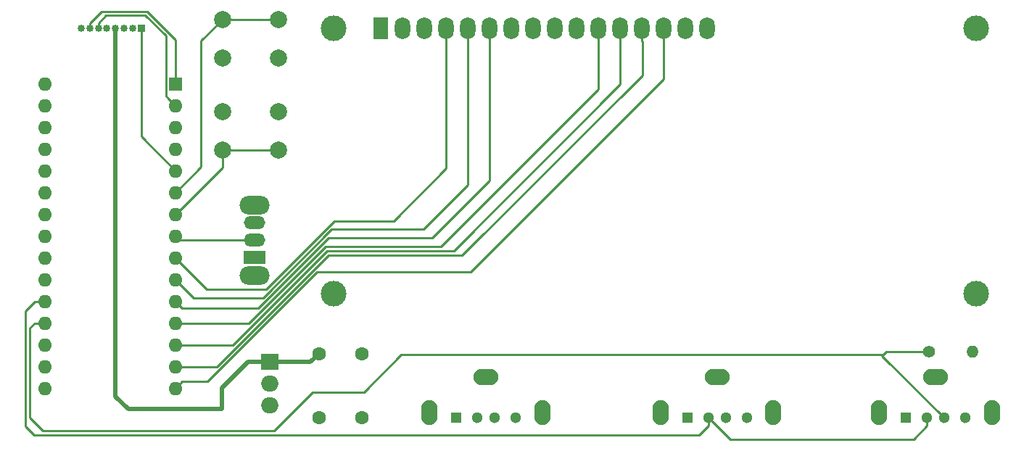
<source format=gbr>
G04 #@! TF.GenerationSoftware,KiCad,Pcbnew,5.1.1-8be2ce7~80~ubuntu16.04.1*
G04 #@! TF.CreationDate,2019-04-23T13:07:39+02:00*
G04 #@! TF.ProjectId,noname,6e6f6e61-6d65-42e6-9b69-6361645f7063,rev?*
G04 #@! TF.SameCoordinates,Original*
G04 #@! TF.FileFunction,Copper,L1,Top*
G04 #@! TF.FilePolarity,Positive*
%FSLAX46Y46*%
G04 Gerber Fmt 4.6, Leading zero omitted, Abs format (unit mm)*
G04 Created by KiCad (PCBNEW 5.1.1-8be2ce7~80~ubuntu16.04.1) date 2019-04-23 13:07:39*
%MOMM*%
%LPD*%
G04 APERTURE LIST*
%ADD10R,1.600000X1.600000*%
%ADD11O,1.600000X1.600000*%
%ADD12O,3.500000X2.200000*%
%ADD13O,2.500000X1.500000*%
%ADD14R,2.500000X1.500000*%
%ADD15C,2.000000*%
%ADD16O,2.000000X1.905000*%
%ADD17R,2.000000X1.905000*%
%ADD18C,1.600000*%
%ADD19O,2.900000X1.900000*%
%ADD20O,1.900000X2.900000*%
%ADD21C,1.300000*%
%ADD22R,1.300000X1.300000*%
%ADD23R,1.800000X2.600000*%
%ADD24O,1.800000X2.600000*%
%ADD25C,3.000000*%
%ADD26R,0.850000X0.850000*%
%ADD27O,0.850000X0.850000*%
%ADD28C,1.400000*%
%ADD29O,1.400000X1.400000*%
%ADD30C,0.250000*%
%ADD31C,0.500000*%
G04 APERTURE END LIST*
D10*
X179500000Y-77000000D03*
D11*
X164260000Y-110020000D03*
X179500000Y-79540000D03*
X164260000Y-107480000D03*
X179500000Y-82080000D03*
X164260000Y-104940000D03*
X179500000Y-84620000D03*
X164260000Y-102400000D03*
X179500000Y-87160000D03*
X164260000Y-99860000D03*
X179500000Y-89700000D03*
X164260000Y-97320000D03*
X179500000Y-92240000D03*
X164260000Y-94780000D03*
X179500000Y-94780000D03*
X164260000Y-92240000D03*
X179500000Y-97320000D03*
X164260000Y-89700000D03*
X179500000Y-99860000D03*
X164260000Y-87160000D03*
X179500000Y-102400000D03*
X164260000Y-84620000D03*
X179500000Y-104940000D03*
X164260000Y-82080000D03*
X179500000Y-107480000D03*
X164260000Y-79540000D03*
X179500000Y-110020000D03*
X164260000Y-77000000D03*
X179500000Y-112560000D03*
X164260000Y-112560000D03*
D12*
X188750000Y-91150000D03*
X188750000Y-99350000D03*
D13*
X188750000Y-93250000D03*
X188750000Y-95250000D03*
D14*
X188750000Y-97250000D03*
D15*
X191500000Y-80250000D03*
X191500000Y-84750000D03*
X185000000Y-80250000D03*
X185000000Y-84750000D03*
X191500000Y-69500000D03*
X191500000Y-74000000D03*
X185000000Y-69500000D03*
X185000000Y-74000000D03*
D16*
X190500000Y-114580000D03*
X190500000Y-112040000D03*
D17*
X190500000Y-109500000D03*
D18*
X201250000Y-108500000D03*
X196250000Y-108500000D03*
X201250000Y-116000000D03*
X196250000Y-116000000D03*
D19*
X215750000Y-111220000D03*
D20*
X222320000Y-115400000D03*
X209180000Y-115400000D03*
D21*
X219250000Y-116000000D03*
X216750000Y-116000000D03*
X214750000Y-116000000D03*
D22*
X212250000Y-116000000D03*
D23*
X203500000Y-70500000D03*
D24*
X206040000Y-70500000D03*
X208580000Y-70500000D03*
X211120000Y-70500000D03*
X213660000Y-70500000D03*
X216200000Y-70500000D03*
X218740000Y-70500000D03*
X221280000Y-70500000D03*
X223820000Y-70500000D03*
X226360000Y-70500000D03*
X228900000Y-70500000D03*
X231440000Y-70500000D03*
X233980000Y-70500000D03*
X236520000Y-70500000D03*
X239060000Y-70500000D03*
X241600000Y-70500000D03*
D25*
X198000900Y-70500000D03*
X198000900Y-101500700D03*
X272999480Y-101500700D03*
X273000000Y-70500000D03*
D22*
X264750000Y-116000000D03*
D21*
X267250000Y-116000000D03*
X269250000Y-116000000D03*
X271750000Y-116000000D03*
D20*
X261680000Y-115400000D03*
X274820000Y-115400000D03*
D19*
X268250000Y-111220000D03*
D26*
X175500000Y-70500000D03*
D27*
X174500000Y-70500000D03*
X173500000Y-70500000D03*
X172500000Y-70500000D03*
X171500000Y-70500000D03*
X170500000Y-70500000D03*
X169500000Y-70500000D03*
X168500000Y-70500000D03*
D28*
X267500000Y-108250000D03*
D29*
X272580000Y-108250000D03*
D22*
X239250000Y-116000000D03*
D21*
X241750000Y-116000000D03*
X243750000Y-116000000D03*
X246250000Y-116000000D03*
D20*
X236180000Y-115400000D03*
X249320000Y-115400000D03*
D19*
X242750000Y-111220000D03*
D30*
X216200000Y-70100000D02*
X216200000Y-70500000D01*
X180299999Y-103199999D02*
X189163591Y-103199999D01*
X179500000Y-102400000D02*
X180299999Y-103199999D01*
X189163591Y-103199999D02*
X197363590Y-95000000D01*
X197363590Y-95000000D02*
X209500000Y-95000000D01*
X216200000Y-88300000D02*
X216200000Y-70500000D01*
X209500000Y-95000000D02*
X216200000Y-88300000D01*
X267250000Y-116919238D02*
X265669238Y-118500000D01*
X267250000Y-116000000D02*
X267250000Y-116919238D01*
X244250000Y-118500000D02*
X241750000Y-116000000D01*
X265669238Y-118500000D02*
X244250000Y-118500000D01*
X163100000Y-102400000D02*
X164260000Y-102400000D01*
X241750000Y-116919238D02*
X240669238Y-118000000D01*
X241750000Y-116000000D02*
X241750000Y-116919238D01*
X162000000Y-117000000D02*
X162000000Y-103500000D01*
X163000000Y-118000000D02*
X162000000Y-117000000D01*
X240669238Y-118000000D02*
X163000000Y-118000000D01*
X162000000Y-103500000D02*
X163100000Y-102400000D01*
X269250000Y-116000000D02*
X262000000Y-108750000D01*
X262500000Y-108250000D02*
X267500000Y-108250000D01*
X262125000Y-108625000D02*
X262500000Y-108250000D01*
X262000000Y-108750000D02*
X262125000Y-108625000D01*
X162500000Y-116000000D02*
X162500000Y-105500000D01*
X205875000Y-108625000D02*
X201500000Y-113000000D01*
X262125000Y-108625000D02*
X205875000Y-108625000D01*
X163060000Y-104940000D02*
X164260000Y-104940000D01*
X201500000Y-113000000D02*
X195500000Y-113000000D01*
X191000000Y-117500000D02*
X164000000Y-117500000D01*
X164000000Y-117500000D02*
X162500000Y-116000000D01*
X162500000Y-105500000D02*
X163060000Y-104940000D01*
X195500000Y-113000000D02*
X191000000Y-117500000D01*
X179970000Y-95250000D02*
X179500000Y-94780000D01*
X188750000Y-95250000D02*
X179970000Y-95250000D01*
X175500000Y-83160000D02*
X175500000Y-70500000D01*
X179500000Y-87160000D02*
X175500000Y-83160000D01*
X179500000Y-97320000D02*
X183180000Y-101000000D01*
X190090770Y-101000000D02*
X198090770Y-93000000D01*
X183180000Y-101000000D02*
X190090770Y-101000000D01*
X198090770Y-93000000D02*
X205000000Y-93000000D01*
X211120000Y-86880000D02*
X211120000Y-70500000D01*
X205000000Y-93000000D02*
X211120000Y-86880000D01*
X213660000Y-70500000D02*
X213660000Y-88840000D01*
X213660000Y-88840000D02*
X208500000Y-94000000D01*
X197727180Y-94000000D02*
X189727180Y-102000000D01*
X208500000Y-94000000D02*
X197727180Y-94000000D01*
X181640000Y-102000000D02*
X179500000Y-99860000D01*
X189727180Y-102000000D02*
X181640000Y-102000000D01*
X179500000Y-89700000D02*
X182500000Y-86700000D01*
X182500000Y-72000000D02*
X185000000Y-69500000D01*
X182500000Y-86700000D02*
X182500000Y-72000000D01*
X185000000Y-69500000D02*
X191500000Y-69500000D01*
X185000000Y-86740000D02*
X179500000Y-92240000D01*
X185000000Y-84750000D02*
X185000000Y-86740000D01*
X186414213Y-84750000D02*
X191500000Y-84750000D01*
X185000000Y-84750000D02*
X186414213Y-84750000D01*
X178700001Y-78740001D02*
X179500000Y-79540000D01*
X170500000Y-69898960D02*
X171398960Y-69000000D01*
X171398960Y-69000000D02*
X176000000Y-69000000D01*
X176000000Y-69000000D02*
X178374999Y-71374999D01*
X170500000Y-70500000D02*
X170500000Y-69898960D01*
X178374999Y-71374999D02*
X178374999Y-78414999D01*
X178374999Y-78414999D02*
X178700001Y-78740001D01*
X169500000Y-69898960D02*
X169500000Y-70500000D01*
X176186400Y-68549990D02*
X170848970Y-68549990D01*
X179500000Y-71863590D02*
X176186400Y-68549990D01*
X170848970Y-68549990D02*
X169500000Y-69898960D01*
X179500000Y-77000000D02*
X179500000Y-71863590D01*
X236520000Y-76480000D02*
X236520000Y-70500000D01*
X214000000Y-99000000D02*
X236520000Y-76480000D01*
X196000000Y-99000000D02*
X214000000Y-99000000D01*
X183239999Y-111760001D02*
X196000000Y-99000000D01*
X179500000Y-112560000D02*
X180299999Y-111760001D01*
X180299999Y-111760001D02*
X183239999Y-111760001D01*
X233980000Y-72050000D02*
X234000000Y-72070000D01*
X233980000Y-70500000D02*
X233980000Y-72050000D01*
X234000000Y-72070000D02*
X234000000Y-76000000D01*
X234000000Y-76000000D02*
X213000000Y-97000000D01*
X184343590Y-110020000D02*
X180631370Y-110020000D01*
X180631370Y-110020000D02*
X179500000Y-110020000D01*
X197363590Y-97000000D02*
X184343590Y-110020000D01*
X213000000Y-97000000D02*
X197363590Y-97000000D01*
X186247180Y-107480000D02*
X184980000Y-107480000D01*
X184980000Y-107480000D02*
X185020000Y-107480000D01*
X179500000Y-107480000D02*
X184980000Y-107480000D01*
X231440000Y-70500000D02*
X231440000Y-77060000D01*
X231440000Y-77060000D02*
X212000000Y-96500000D01*
X212000000Y-96500000D02*
X197227180Y-96500000D01*
X197227180Y-96500000D02*
X186247180Y-107480000D01*
X228900000Y-70100000D02*
X228900000Y-70500000D01*
X179500000Y-104940000D02*
X188060000Y-104940000D01*
X188060000Y-104940000D02*
X197000000Y-96000000D01*
X197000000Y-96000000D02*
X210500000Y-96000000D01*
X228900000Y-77600000D02*
X228900000Y-70500000D01*
X210500000Y-96000000D02*
X228900000Y-77600000D01*
X172500000Y-71101040D02*
X172500000Y-70500000D01*
D31*
X195250000Y-109500000D02*
X196250000Y-108500000D01*
X190500000Y-109500000D02*
X195250000Y-109500000D01*
D30*
X190500000Y-109500000D02*
X190452500Y-109500000D01*
D31*
X188000000Y-109500000D02*
X190500000Y-109500000D01*
X184952500Y-112547500D02*
X188000000Y-109500000D01*
X184952500Y-115000000D02*
X184952500Y-112547500D01*
X174000000Y-115000000D02*
X184952500Y-115000000D01*
X172500000Y-70500000D02*
X172500000Y-113500000D01*
X172500000Y-113500000D02*
X174000000Y-115000000D01*
M02*

</source>
